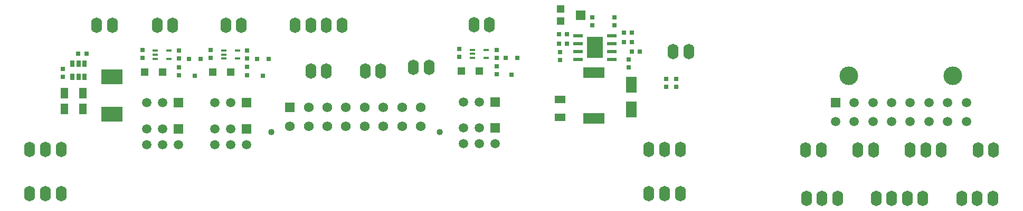
<source format=gbr>
%FSTAX26Y26*%
%MOMM*%
%SFA1B1*%

%IPPOS*%
%ADD15O,1.749997X2.499995*%
%ADD16C,1.019998*%
%ADD17C,1.569997*%
%ADD18R,1.569997X1.569997*%
%ADD19C,1.499997*%
%ADD20R,1.499997X1.499997*%
%ADD21C,2.999994*%
%ADD22C,1.519997*%
%ADD23R,1.519997X1.519997*%
%ADD28R,1.799996X1.299997*%
%ADD29R,1.699997X2.499995*%
%ADD30R,1.199998X1.199998*%
%ADD31R,1.199998X1.199998*%
%ADD32R,3.499993X1.799996*%
%ADD33R,0.769998X0.799998*%
%ADD34R,1.499997X1.599997*%
%ADD35R,1.599997X0.609999*%
%ADD36R,2.619995X3.509993*%
%ADD37R,0.899998X0.399999*%
%ADD38R,1.299997X1.799996*%
%ADD39R,0.649999X0.799998*%
%ADD40R,3.499993X2.349995*%
%ADD41R,0.699999X0.999998*%
%ADD42R,0.799998X0.649999*%
%LNpcb1_pads_bot-1*%
%LPD*%
G54D15*
X-74254995Y-09652D03*
X-71755D03*
X-7675499D03*
X-74254995Y-0254D03*
X-71755D03*
X-7675499D03*
X-56347995Y17399D03*
X-53848D03*
X-45318984D03*
X-42818989D03*
X-31709995Y10033D03*
X-2921D03*
X-22987D03*
X-20486979D03*
X-1524Y10668D03*
X-127D03*
X-05547995Y17526D03*
X-03048D03*
X22558984Y-0254D03*
X25058979D03*
X27559D03*
X25058979Y-09652D03*
X27559D03*
X22558984D03*
X28956Y13208D03*
X26416D03*
X47791979Y-10414D03*
X50292D03*
X52791995D03*
X58987969D03*
X61487989D03*
X63987984D03*
X66487979D03*
X72683979D03*
X75184D03*
X77683995D03*
X77810995Y-02667D03*
X75311D03*
X69428995D03*
X66928999D03*
X64428979D03*
X58547D03*
X56046979D03*
X50165D03*
X47664979D03*
X-26709979Y17399D03*
X-2921D03*
X-31709995D03*
X-3420999D03*
X-63519989D03*
X-66019984D03*
G54D16*
X-38048996Y00254D03*
X-11049D03*
G54D17*
X-35048977Y01193977D03*
X-32048983D03*
X-29048989D03*
X-26048995D03*
X-23048976D03*
X-20048982D03*
X-17048988D03*
X-14048994D03*
Y04193997D03*
X-17048988D03*
X-20048982D03*
X-23048976D03*
X-26048995D03*
X-29048989D03*
X-32048983D03*
G54D18*
X-35048977Y04193997D03*
G54D19*
X-58039Y-01778D03*
X-55499D03*
X-52959D03*
X-47117D03*
X-44577D03*
X-42037D03*
X-44577Y00762D03*
Y04953D03*
X-47117D03*
Y00762D03*
X-55499Y04953D03*
X-58039D03*
Y00762D03*
X-55499D03*
X-07239Y-01651D03*
X-04699D03*
X-02159D03*
X-04699Y00889D03*
Y0508D03*
X-07239D03*
Y00889D03*
G54D20*
X-52959Y00762D03*
Y04953D03*
X-42037Y00762D03*
Y04953D03*
X-02159Y00889D03*
Y0508D03*
G54D21*
X54627983Y09272981D03*
X71307985D03*
G54D22*
X52467992Y0195298D03*
X55467986D03*
X5846798D03*
X61468D03*
X64467994D03*
X67467988D03*
X70467982D03*
X73467976D03*
Y04953D03*
X70467982D03*
X67467988D03*
X64467994D03*
X61468D03*
X5846798D03*
X55467986D03*
G54D23*
X52467992Y04953D03*
G54D28*
X08255Y0261399D03*
Y05513984D03*
G54D29*
X19685Y03841978D03*
Y07841996D03*
G54D30*
X-47403994Y09906D03*
X-58325994D03*
X-07525994Y10033D03*
G54D31*
X-5546598Y09906D03*
X-4454398D03*
X-0466598Y10033D03*
X08357996Y18049976D03*
Y20049998D03*
G54D32*
X13716076Y02395982D03*
Y09795992D03*
G54D33*
X-50292Y09297974D03*
X-49331981Y12037999D03*
X-51251993D03*
X-40329993D03*
X-3937Y09297974D03*
X-38409981Y12037999D03*
X-00451993Y12164999D03*
X01467993D03*
X00508Y09424974D03*
G54D34*
X11607977Y1905D03*
G54D35*
X11176Y11938D03*
X16575989D03*
Y13208D03*
Y14478D03*
Y15748D03*
X11176D03*
Y14478D03*
Y13208D03*
G54D36*
X13875994Y13843D03*
G54D37*
X-54441979Y12034977D03*
Y13335D03*
X-56642D03*
Y12684988D03*
Y12034977D03*
X-45676997Y12049988D03*
X-43476976D03*
Y13349986D03*
X-45676997D03*
Y127D03*
X-05798997Y12176988D03*
X-03598976D03*
Y13476986D03*
X-05798997D03*
Y12827D03*
G54D38*
X-71172984Y03937D03*
X-6827299D03*
Y06477D03*
X-71172984D03*
G54D39*
X-68975986Y12827D03*
X-67675988D03*
X08112988Y14478D03*
X09412986D03*
Y16002D03*
X08112988D03*
X18526988Y16256D03*
Y14732D03*
X19826986D03*
Y16256D03*
X19796988Y13208D03*
X21096986D03*
G54D40*
X-63627Y03070987D03*
Y09120987D03*
G54D41*
X-69910985Y09075978D03*
X-68961D03*
X-68010989D03*
Y11274983D03*
X-68961Y11275009D03*
X-69910985D03*
G54D42*
X-47752Y12176988D03*
Y13476986D03*
X-52832Y13349986D03*
Y12049988D03*
Y10682986D03*
Y09382988D03*
X-58674Y13476986D03*
Y12176988D03*
X-71501Y10428986D03*
Y09128988D03*
X-4191Y09398D03*
Y10697997D03*
Y12049988D03*
Y13349986D03*
X-07874Y13603986D03*
Y12303988D03*
X-01905Y12176988D03*
Y10809986D03*
Y09509988D03*
Y13476986D03*
X08255Y11795988D03*
Y13095986D03*
X13462Y17383988D03*
Y18683986D03*
X17018D03*
Y17383988D03*
X19304Y11952986D03*
Y10652988D03*
X25273Y07477988D03*
X26924D03*
Y08777986D03*
X25273D03*
M02*
</source>
